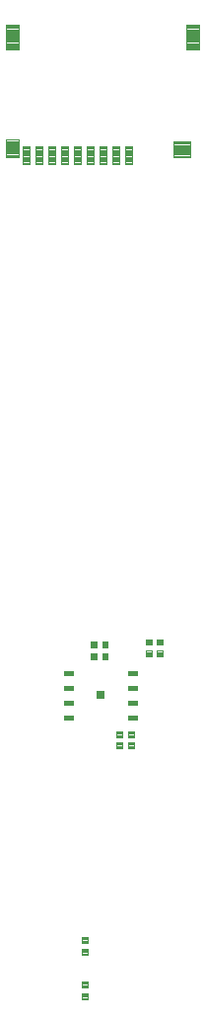
<source format=gbp>
G04 EAGLE Gerber RS-274X export*
G75*
%MOMM*%
%FSLAX34Y34*%
%LPD*%
%INSolderpaste Bottom*%
%IPPOS*%
%AMOC8*
5,1,8,0,0,1.08239X$1,22.5*%
G01*
%ADD10C,0.102000*%
%ADD11C,0.100000*%
%ADD12R,0.800000X0.800000*%
%ADD13C,0.105000*%
%ADD14C,0.096000*%
%ADD15C,0.098000*%


D10*
X149890Y369620D02*
X144910Y369620D01*
X144910Y374600D01*
X149890Y374600D01*
X149890Y369620D01*
X149890Y370589D02*
X144910Y370589D01*
X144910Y371558D02*
X149890Y371558D01*
X149890Y372527D02*
X144910Y372527D01*
X144910Y373496D02*
X149890Y373496D01*
X149890Y374465D02*
X144910Y374465D01*
X154910Y369620D02*
X159890Y369620D01*
X154910Y369620D02*
X154910Y374600D01*
X159890Y374600D01*
X159890Y369620D01*
X159890Y370589D02*
X154910Y370589D01*
X154910Y371558D02*
X159890Y371558D01*
X159890Y372527D02*
X154910Y372527D01*
X154910Y373496D02*
X159890Y373496D01*
X159890Y374465D02*
X154910Y374465D01*
D11*
X185170Y349980D02*
X185170Y345980D01*
X177670Y345980D01*
X177670Y349980D01*
X185170Y349980D01*
X185170Y346930D02*
X177670Y346930D01*
X177670Y347880D02*
X185170Y347880D01*
X185170Y348830D02*
X177670Y348830D01*
X177670Y349780D02*
X185170Y349780D01*
X185170Y337280D02*
X185170Y333280D01*
X177670Y333280D01*
X177670Y337280D01*
X185170Y337280D01*
X185170Y334230D02*
X177670Y334230D01*
X177670Y335180D02*
X185170Y335180D01*
X185170Y336130D02*
X177670Y336130D01*
X177670Y337080D02*
X185170Y337080D01*
X185170Y324580D02*
X185170Y320580D01*
X177670Y320580D01*
X177670Y324580D01*
X185170Y324580D01*
X185170Y321530D02*
X177670Y321530D01*
X177670Y322480D02*
X185170Y322480D01*
X185170Y323430D02*
X177670Y323430D01*
X177670Y324380D02*
X185170Y324380D01*
X185170Y311880D02*
X185170Y307880D01*
X177670Y307880D01*
X177670Y311880D01*
X185170Y311880D01*
X185170Y308830D02*
X177670Y308830D01*
X177670Y309780D02*
X185170Y309780D01*
X185170Y310730D02*
X177670Y310730D01*
X177670Y311680D02*
X185170Y311680D01*
X129670Y320580D02*
X129670Y324580D01*
X129670Y320580D02*
X122170Y320580D01*
X122170Y324580D01*
X129670Y324580D01*
X129670Y321530D02*
X122170Y321530D01*
X122170Y322480D02*
X129670Y322480D01*
X129670Y323430D02*
X122170Y323430D01*
X122170Y324380D02*
X129670Y324380D01*
X129670Y311880D02*
X129670Y307880D01*
X122170Y307880D01*
X122170Y311880D01*
X129670Y311880D01*
X129670Y308830D02*
X122170Y308830D01*
X122170Y309780D02*
X129670Y309780D01*
X129670Y310730D02*
X122170Y310730D01*
X122170Y311680D02*
X129670Y311680D01*
X129670Y333280D02*
X129670Y337280D01*
X129670Y333280D02*
X122170Y333280D01*
X122170Y337280D01*
X129670Y337280D01*
X129670Y334230D02*
X122170Y334230D01*
X122170Y335180D02*
X129670Y335180D01*
X129670Y336130D02*
X122170Y336130D01*
X122170Y337080D02*
X129670Y337080D01*
X129670Y345980D02*
X129670Y349980D01*
X129670Y345980D02*
X122170Y345980D01*
X122170Y349980D01*
X129670Y349980D01*
X129670Y346930D02*
X122170Y346930D01*
X122170Y347880D02*
X129670Y347880D01*
X129670Y348830D02*
X122170Y348830D01*
X122170Y349780D02*
X129670Y349780D01*
D12*
X153670Y328930D03*
D10*
X149890Y359460D02*
X144910Y359460D01*
X144910Y364440D01*
X149890Y364440D01*
X149890Y359460D01*
X149890Y360429D02*
X144910Y360429D01*
X144910Y361398D02*
X149890Y361398D01*
X149890Y362367D02*
X144910Y362367D01*
X144910Y363336D02*
X149890Y363336D01*
X149890Y364305D02*
X144910Y364305D01*
X154910Y359460D02*
X159890Y359460D01*
X154910Y359460D02*
X154910Y364440D01*
X159890Y364440D01*
X159890Y359460D01*
X159890Y360429D02*
X154910Y360429D01*
X154910Y361398D02*
X159890Y361398D01*
X159890Y362367D02*
X154910Y362367D01*
X154910Y363336D02*
X159890Y363336D01*
X159890Y364305D02*
X154910Y364305D01*
X197308Y362080D02*
X197308Y367060D01*
X197308Y362080D02*
X192328Y362080D01*
X192328Y367060D01*
X197308Y367060D01*
X197308Y363049D02*
X192328Y363049D01*
X192328Y364018D02*
X197308Y364018D01*
X197308Y364987D02*
X192328Y364987D01*
X192328Y365956D02*
X197308Y365956D01*
X197308Y366925D02*
X192328Y366925D01*
X197308Y372080D02*
X197308Y377060D01*
X197308Y372080D02*
X192328Y372080D01*
X192328Y377060D01*
X197308Y377060D01*
X197308Y373049D02*
X192328Y373049D01*
X192328Y374018D02*
X197308Y374018D01*
X197308Y374987D02*
X192328Y374987D01*
X192328Y375956D02*
X197308Y375956D01*
X197308Y376925D02*
X192328Y376925D01*
X206706Y367060D02*
X206706Y362080D01*
X201726Y362080D01*
X201726Y367060D01*
X206706Y367060D01*
X206706Y363049D02*
X201726Y363049D01*
X201726Y364018D02*
X206706Y364018D01*
X206706Y364987D02*
X201726Y364987D01*
X201726Y365956D02*
X206706Y365956D01*
X206706Y366925D02*
X201726Y366925D01*
X206706Y372080D02*
X206706Y377060D01*
X206706Y372080D02*
X201726Y372080D01*
X201726Y377060D01*
X206706Y377060D01*
X206706Y373049D02*
X201726Y373049D01*
X201726Y374018D02*
X206706Y374018D01*
X206706Y374987D02*
X201726Y374987D01*
X201726Y375956D02*
X206706Y375956D01*
X206706Y376925D02*
X201726Y376925D01*
D13*
X152465Y784145D02*
X152465Y799095D01*
X158415Y799095D01*
X158415Y784145D01*
X152465Y784145D01*
X152465Y785142D02*
X158415Y785142D01*
X158415Y786139D02*
X152465Y786139D01*
X152465Y787136D02*
X158415Y787136D01*
X158415Y788133D02*
X152465Y788133D01*
X152465Y789130D02*
X158415Y789130D01*
X158415Y790127D02*
X152465Y790127D01*
X152465Y791124D02*
X158415Y791124D01*
X158415Y792121D02*
X152465Y792121D01*
X152465Y793118D02*
X158415Y793118D01*
X158415Y794115D02*
X152465Y794115D01*
X152465Y795112D02*
X158415Y795112D01*
X158415Y796109D02*
X152465Y796109D01*
X152465Y797106D02*
X158415Y797106D01*
X158415Y798103D02*
X152465Y798103D01*
X163465Y799095D02*
X163465Y784145D01*
X163465Y799095D02*
X169415Y799095D01*
X169415Y784145D01*
X163465Y784145D01*
X163465Y785142D02*
X169415Y785142D01*
X169415Y786139D02*
X163465Y786139D01*
X163465Y787136D02*
X169415Y787136D01*
X169415Y788133D02*
X163465Y788133D01*
X163465Y789130D02*
X169415Y789130D01*
X169415Y790127D02*
X163465Y790127D01*
X163465Y791124D02*
X169415Y791124D01*
X169415Y792121D02*
X163465Y792121D01*
X163465Y793118D02*
X169415Y793118D01*
X169415Y794115D02*
X163465Y794115D01*
X163465Y795112D02*
X169415Y795112D01*
X169415Y796109D02*
X163465Y796109D01*
X163465Y797106D02*
X169415Y797106D01*
X169415Y798103D02*
X163465Y798103D01*
X174465Y799095D02*
X174465Y784145D01*
X174465Y799095D02*
X180415Y799095D01*
X180415Y784145D01*
X174465Y784145D01*
X174465Y785142D02*
X180415Y785142D01*
X180415Y786139D02*
X174465Y786139D01*
X174465Y787136D02*
X180415Y787136D01*
X180415Y788133D02*
X174465Y788133D01*
X174465Y789130D02*
X180415Y789130D01*
X180415Y790127D02*
X174465Y790127D01*
X174465Y791124D02*
X180415Y791124D01*
X180415Y792121D02*
X174465Y792121D01*
X174465Y793118D02*
X180415Y793118D01*
X180415Y794115D02*
X174465Y794115D01*
X174465Y795112D02*
X180415Y795112D01*
X180415Y796109D02*
X174465Y796109D01*
X174465Y797106D02*
X180415Y797106D01*
X180415Y798103D02*
X174465Y798103D01*
X141465Y799095D02*
X141465Y784145D01*
X141465Y799095D02*
X147415Y799095D01*
X147415Y784145D01*
X141465Y784145D01*
X141465Y785142D02*
X147415Y785142D01*
X147415Y786139D02*
X141465Y786139D01*
X141465Y787136D02*
X147415Y787136D01*
X147415Y788133D02*
X141465Y788133D01*
X141465Y789130D02*
X147415Y789130D01*
X147415Y790127D02*
X141465Y790127D01*
X141465Y791124D02*
X147415Y791124D01*
X147415Y792121D02*
X141465Y792121D01*
X141465Y793118D02*
X147415Y793118D01*
X147415Y794115D02*
X141465Y794115D01*
X141465Y795112D02*
X147415Y795112D01*
X147415Y796109D02*
X141465Y796109D01*
X141465Y797106D02*
X147415Y797106D01*
X147415Y798103D02*
X141465Y798103D01*
X130465Y799095D02*
X130465Y784145D01*
X130465Y799095D02*
X136415Y799095D01*
X136415Y784145D01*
X130465Y784145D01*
X130465Y785142D02*
X136415Y785142D01*
X136415Y786139D02*
X130465Y786139D01*
X130465Y787136D02*
X136415Y787136D01*
X136415Y788133D02*
X130465Y788133D01*
X130465Y789130D02*
X136415Y789130D01*
X136415Y790127D02*
X130465Y790127D01*
X130465Y791124D02*
X136415Y791124D01*
X136415Y792121D02*
X130465Y792121D01*
X130465Y793118D02*
X136415Y793118D01*
X136415Y794115D02*
X130465Y794115D01*
X130465Y795112D02*
X136415Y795112D01*
X136415Y796109D02*
X130465Y796109D01*
X130465Y797106D02*
X136415Y797106D01*
X136415Y798103D02*
X130465Y798103D01*
X119465Y799095D02*
X119465Y784145D01*
X119465Y799095D02*
X125415Y799095D01*
X125415Y784145D01*
X119465Y784145D01*
X119465Y785142D02*
X125415Y785142D01*
X125415Y786139D02*
X119465Y786139D01*
X119465Y787136D02*
X125415Y787136D01*
X125415Y788133D02*
X119465Y788133D01*
X119465Y789130D02*
X125415Y789130D01*
X125415Y790127D02*
X119465Y790127D01*
X119465Y791124D02*
X125415Y791124D01*
X125415Y792121D02*
X119465Y792121D01*
X119465Y793118D02*
X125415Y793118D01*
X125415Y794115D02*
X119465Y794115D01*
X119465Y795112D02*
X125415Y795112D01*
X125415Y796109D02*
X119465Y796109D01*
X119465Y797106D02*
X125415Y797106D01*
X125415Y798103D02*
X119465Y798103D01*
X108465Y799095D02*
X108465Y784145D01*
X108465Y799095D02*
X114415Y799095D01*
X114415Y784145D01*
X108465Y784145D01*
X108465Y785142D02*
X114415Y785142D01*
X114415Y786139D02*
X108465Y786139D01*
X108465Y787136D02*
X114415Y787136D01*
X114415Y788133D02*
X108465Y788133D01*
X108465Y789130D02*
X114415Y789130D01*
X114415Y790127D02*
X108465Y790127D01*
X108465Y791124D02*
X114415Y791124D01*
X114415Y792121D02*
X108465Y792121D01*
X108465Y793118D02*
X114415Y793118D01*
X114415Y794115D02*
X108465Y794115D01*
X108465Y795112D02*
X114415Y795112D01*
X114415Y796109D02*
X108465Y796109D01*
X108465Y797106D02*
X114415Y797106D01*
X114415Y798103D02*
X108465Y798103D01*
X97465Y799095D02*
X97465Y784145D01*
X97465Y799095D02*
X103415Y799095D01*
X103415Y784145D01*
X97465Y784145D01*
X97465Y785142D02*
X103415Y785142D01*
X103415Y786139D02*
X97465Y786139D01*
X97465Y787136D02*
X103415Y787136D01*
X103415Y788133D02*
X97465Y788133D01*
X97465Y789130D02*
X103415Y789130D01*
X103415Y790127D02*
X97465Y790127D01*
X97465Y791124D02*
X103415Y791124D01*
X103415Y792121D02*
X97465Y792121D01*
X97465Y793118D02*
X103415Y793118D01*
X103415Y794115D02*
X97465Y794115D01*
X97465Y795112D02*
X103415Y795112D01*
X103415Y796109D02*
X97465Y796109D01*
X97465Y797106D02*
X103415Y797106D01*
X103415Y798103D02*
X97465Y798103D01*
X86465Y799095D02*
X86465Y784145D01*
X86465Y799095D02*
X92415Y799095D01*
X92415Y784145D01*
X86465Y784145D01*
X86465Y785142D02*
X92415Y785142D01*
X92415Y786139D02*
X86465Y786139D01*
X86465Y787136D02*
X92415Y787136D01*
X92415Y788133D02*
X86465Y788133D01*
X86465Y789130D02*
X92415Y789130D01*
X92415Y790127D02*
X86465Y790127D01*
X86465Y791124D02*
X92415Y791124D01*
X92415Y792121D02*
X86465Y792121D01*
X86465Y793118D02*
X92415Y793118D01*
X92415Y794115D02*
X86465Y794115D01*
X86465Y795112D02*
X92415Y795112D01*
X92415Y796109D02*
X86465Y796109D01*
X86465Y797106D02*
X92415Y797106D01*
X92415Y798103D02*
X86465Y798103D01*
D14*
X226920Y882100D02*
X237960Y882100D01*
X226920Y882100D02*
X226920Y903140D01*
X237960Y903140D01*
X237960Y882100D01*
X237960Y883012D02*
X226920Y883012D01*
X226920Y883924D02*
X237960Y883924D01*
X237960Y884836D02*
X226920Y884836D01*
X226920Y885748D02*
X237960Y885748D01*
X237960Y886660D02*
X226920Y886660D01*
X226920Y887572D02*
X237960Y887572D01*
X237960Y888484D02*
X226920Y888484D01*
X226920Y889396D02*
X237960Y889396D01*
X237960Y890308D02*
X226920Y890308D01*
X226920Y891220D02*
X237960Y891220D01*
X237960Y892132D02*
X226920Y892132D01*
X226920Y893044D02*
X237960Y893044D01*
X237960Y893956D02*
X226920Y893956D01*
X226920Y894868D02*
X237960Y894868D01*
X237960Y895780D02*
X226920Y895780D01*
X226920Y896692D02*
X237960Y896692D01*
X237960Y897604D02*
X226920Y897604D01*
X226920Y898516D02*
X237960Y898516D01*
X237960Y899428D02*
X226920Y899428D01*
X226920Y900340D02*
X237960Y900340D01*
X237960Y901252D02*
X226920Y901252D01*
X226920Y902164D02*
X237960Y902164D01*
X237960Y903076D02*
X226920Y903076D01*
X82960Y882100D02*
X71920Y882100D01*
X71920Y903140D01*
X82960Y903140D01*
X82960Y882100D01*
X82960Y883012D02*
X71920Y883012D01*
X71920Y883924D02*
X82960Y883924D01*
X82960Y884836D02*
X71920Y884836D01*
X71920Y885748D02*
X82960Y885748D01*
X82960Y886660D02*
X71920Y886660D01*
X71920Y887572D02*
X82960Y887572D01*
X82960Y888484D02*
X71920Y888484D01*
X71920Y889396D02*
X82960Y889396D01*
X82960Y890308D02*
X71920Y890308D01*
X71920Y891220D02*
X82960Y891220D01*
X82960Y892132D02*
X71920Y892132D01*
X71920Y893044D02*
X82960Y893044D01*
X82960Y893956D02*
X71920Y893956D01*
X71920Y894868D02*
X82960Y894868D01*
X82960Y895780D02*
X71920Y895780D01*
X71920Y896692D02*
X82960Y896692D01*
X82960Y897604D02*
X71920Y897604D01*
X71920Y898516D02*
X82960Y898516D01*
X82960Y899428D02*
X71920Y899428D01*
X71920Y900340D02*
X82960Y900340D01*
X82960Y901252D02*
X71920Y901252D01*
X71920Y902164D02*
X82960Y902164D01*
X82960Y903076D02*
X71920Y903076D01*
D15*
X215930Y790110D02*
X230950Y790110D01*
X215930Y790110D02*
X215930Y803130D01*
X230950Y803130D01*
X230950Y790110D01*
X230950Y791041D02*
X215930Y791041D01*
X215930Y791972D02*
X230950Y791972D01*
X230950Y792903D02*
X215930Y792903D01*
X215930Y793834D02*
X230950Y793834D01*
X230950Y794765D02*
X215930Y794765D01*
X215930Y795696D02*
X230950Y795696D01*
X230950Y796627D02*
X215930Y796627D01*
X215930Y797558D02*
X230950Y797558D01*
X230950Y798489D02*
X215930Y798489D01*
X215930Y799420D02*
X230950Y799420D01*
X230950Y800351D02*
X215930Y800351D01*
X215930Y801282D02*
X230950Y801282D01*
X230950Y802213D02*
X215930Y802213D01*
D14*
X82960Y790100D02*
X71920Y790100D01*
X71920Y805140D01*
X82960Y805140D01*
X82960Y790100D01*
X82960Y791012D02*
X71920Y791012D01*
X71920Y791924D02*
X82960Y791924D01*
X82960Y792836D02*
X71920Y792836D01*
X71920Y793748D02*
X82960Y793748D01*
X82960Y794660D02*
X71920Y794660D01*
X71920Y795572D02*
X82960Y795572D01*
X82960Y796484D02*
X71920Y796484D01*
X71920Y797396D02*
X82960Y797396D01*
X82960Y798308D02*
X71920Y798308D01*
X71920Y799220D02*
X82960Y799220D01*
X82960Y800132D02*
X71920Y800132D01*
X71920Y801044D02*
X82960Y801044D01*
X82960Y801956D02*
X71920Y801956D01*
X71920Y802868D02*
X82960Y802868D01*
X82960Y803780D02*
X71920Y803780D01*
X71920Y804692D02*
X82960Y804692D01*
D10*
X142190Y73690D02*
X142190Y68710D01*
X137210Y68710D01*
X137210Y73690D01*
X142190Y73690D01*
X142190Y69679D02*
X137210Y69679D01*
X137210Y70648D02*
X142190Y70648D01*
X142190Y71617D02*
X137210Y71617D01*
X137210Y72586D02*
X142190Y72586D01*
X142190Y73555D02*
X137210Y73555D01*
X142190Y78710D02*
X142190Y83690D01*
X142190Y78710D02*
X137210Y78710D01*
X137210Y83690D01*
X142190Y83690D01*
X142190Y79679D02*
X137210Y79679D01*
X137210Y80648D02*
X142190Y80648D01*
X142190Y81617D02*
X137210Y81617D01*
X137210Y82586D02*
X142190Y82586D01*
X142190Y83555D02*
X137210Y83555D01*
X137210Y116810D02*
X137210Y121790D01*
X142190Y121790D01*
X142190Y116810D01*
X137210Y116810D01*
X137210Y117779D02*
X142190Y117779D01*
X142190Y118748D02*
X137210Y118748D01*
X137210Y119717D02*
X142190Y119717D01*
X142190Y120686D02*
X137210Y120686D01*
X137210Y121655D02*
X142190Y121655D01*
X137210Y111790D02*
X137210Y106810D01*
X137210Y111790D02*
X142190Y111790D01*
X142190Y106810D01*
X137210Y106810D01*
X137210Y107779D02*
X142190Y107779D01*
X142190Y108748D02*
X137210Y108748D01*
X137210Y109717D02*
X142190Y109717D01*
X142190Y110686D02*
X137210Y110686D01*
X137210Y111655D02*
X142190Y111655D01*
X167516Y283641D02*
X172496Y283641D01*
X167516Y283641D02*
X167516Y288621D01*
X172496Y288621D01*
X172496Y283641D01*
X172496Y284610D02*
X167516Y284610D01*
X167516Y285579D02*
X172496Y285579D01*
X172496Y286548D02*
X167516Y286548D01*
X167516Y287517D02*
X172496Y287517D01*
X172496Y288486D02*
X167516Y288486D01*
X177516Y283641D02*
X182496Y283641D01*
X177516Y283641D02*
X177516Y288621D01*
X182496Y288621D01*
X182496Y283641D01*
X182496Y284610D02*
X177516Y284610D01*
X177516Y285579D02*
X182496Y285579D01*
X182496Y286548D02*
X177516Y286548D01*
X177516Y287517D02*
X182496Y287517D01*
X182496Y288486D02*
X177516Y288486D01*
X172496Y292912D02*
X167516Y292912D01*
X167516Y297892D01*
X172496Y297892D01*
X172496Y292912D01*
X172496Y293881D02*
X167516Y293881D01*
X167516Y294850D02*
X172496Y294850D01*
X172496Y295819D02*
X167516Y295819D01*
X167516Y296788D02*
X172496Y296788D01*
X172496Y297757D02*
X167516Y297757D01*
X177516Y292912D02*
X182496Y292912D01*
X177516Y292912D02*
X177516Y297892D01*
X182496Y297892D01*
X182496Y292912D01*
X182496Y293881D02*
X177516Y293881D01*
X177516Y294850D02*
X182496Y294850D01*
X182496Y295819D02*
X177516Y295819D01*
X177516Y296788D02*
X182496Y296788D01*
X182496Y297757D02*
X177516Y297757D01*
M02*

</source>
